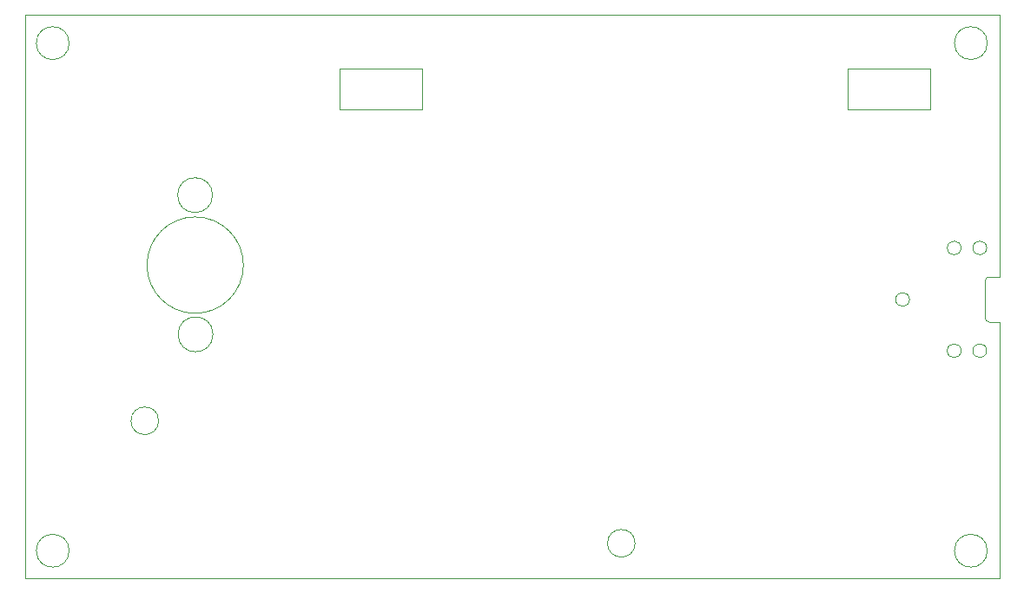
<source format=gbr>
%TF.GenerationSoftware,KiCad,Pcbnew,7.0.9*%
%TF.CreationDate,2024-04-23T16:01:33+08:00*%
%TF.ProjectId,radio-9014x1-ss-wide-transistor,72616469-6f2d-4393-9031-3478312d7373,rev?*%
%TF.SameCoordinates,Original*%
%TF.FileFunction,Profile,NP*%
%FSLAX46Y46*%
G04 Gerber Fmt 4.6, Leading zero omitted, Abs format (unit mm)*
G04 Created by KiCad (PCBNEW 7.0.9) date 2024-04-23 16:01:33*
%MOMM*%
%LPD*%
G01*
G04 APERTURE LIST*
%TA.AperFunction,Profile*%
%ADD10C,0.100000*%
%TD*%
G04 APERTURE END LIST*
D10*
X103625000Y-118400000D02*
G75*
G03*
X103625000Y-118400000I-1700000J0D01*
G01*
X89600000Y-139500000D02*
G75*
G03*
X89600000Y-139500000I-1600000J0D01*
G01*
X176548146Y-120000000D02*
G75*
G03*
X176548146Y-120000000I-673146J0D01*
G01*
X171523146Y-115000000D02*
G75*
G03*
X171523146Y-115000000I-673146J0D01*
G01*
X103575000Y-104825000D02*
G75*
G03*
X103575000Y-104825000I-1700000J0D01*
G01*
X98320362Y-126825000D02*
G75*
G03*
X98320362Y-126825000I-1345362J0D01*
G01*
X179048146Y-109975000D02*
G75*
G03*
X179048146Y-109975000I-673146J0D01*
G01*
X144770362Y-138775000D02*
G75*
G03*
X144770362Y-138775000I-1345362J0D01*
G01*
X180289200Y-112795600D02*
X180289200Y-87195600D01*
X179100000Y-90000000D02*
G75*
G03*
X179100000Y-90000000I-1600000J0D01*
G01*
X179289200Y-112795600D02*
G75*
G03*
X178895479Y-113195667I10800J-404400D01*
G01*
X179289182Y-117201626D02*
X180289200Y-117195600D01*
X116000000Y-92500000D02*
X124000000Y-92500000D01*
X124000000Y-96500000D01*
X116000000Y-96500000D01*
X116000000Y-92500000D01*
X180289200Y-112795600D02*
X179289200Y-112795600D01*
X179100000Y-139500000D02*
G75*
G03*
X179100000Y-139500000I-1600000J0D01*
G01*
X176548146Y-109975000D02*
G75*
G03*
X176548146Y-109975000I-673146J0D01*
G01*
X165500000Y-92500000D02*
X173500000Y-92500000D01*
X173500000Y-96500000D01*
X165500000Y-96500000D01*
X165500000Y-92500000D01*
X89600000Y-90000000D02*
G75*
G03*
X89600000Y-90000000I-1600000J0D01*
G01*
X85289200Y-87195600D02*
X85289200Y-142195600D01*
X178889200Y-113195600D02*
X178889200Y-116795600D01*
X178889202Y-116795600D02*
G75*
G03*
X179289182Y-117201625I401198J-4800D01*
G01*
X106589342Y-111650000D02*
G75*
G03*
X106589342Y-111650000I-4700000J0D01*
G01*
X180289200Y-142195600D02*
X180289200Y-117195600D01*
X180289200Y-87195600D02*
X85289200Y-87195600D01*
X179048146Y-120000000D02*
G75*
G03*
X179048146Y-120000000I-673146J0D01*
G01*
X85289200Y-142195600D02*
X180289200Y-142195600D01*
M02*

</source>
